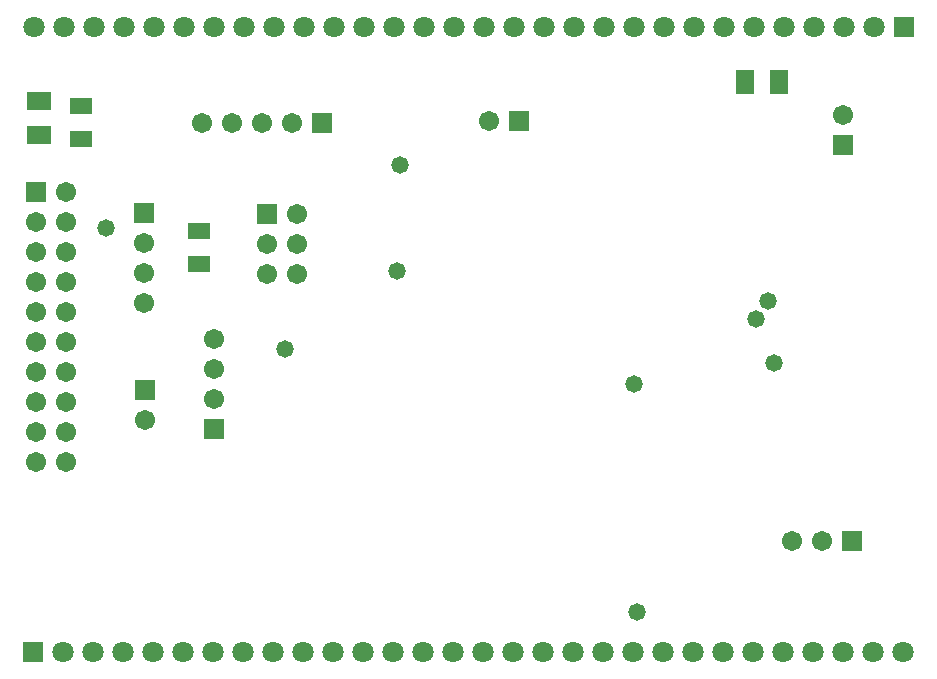
<source format=gbs>
G04*
G04 #@! TF.GenerationSoftware,Altium Limited,Altium Designer,20.1.11 (218)*
G04*
G04 Layer_Color=16711935*
%FSLAX25Y25*%
%MOIN*%
G70*
G04*
G04 #@! TF.SameCoordinates,3E3CE198-1D4E-4C69-B1C9-FC2CBC885D2D*
G04*
G04*
G04 #@! TF.FilePolarity,Negative*
G04*
G01*
G75*
%ADD21R,0.07099X0.07099*%
%ADD22C,0.07099*%
%ADD23C,0.06706*%
%ADD24R,0.06706X0.06706*%
%ADD25R,0.06706X0.06706*%
%ADD26C,0.05800*%
%ADD41R,0.07296X0.05524*%
%ADD42R,0.07887X0.05918*%
%ADD43R,0.05918X0.07887*%
D21*
X573000Y427000D02*
D03*
X282500Y218500D02*
D03*
D22*
X563000Y427000D02*
D03*
X553000D02*
D03*
X543000D02*
D03*
X533000D02*
D03*
X523000D02*
D03*
X513000D02*
D03*
X503000D02*
D03*
X493000D02*
D03*
X483000D02*
D03*
X473000D02*
D03*
X463000D02*
D03*
X453000D02*
D03*
X443000D02*
D03*
X433000D02*
D03*
X423000D02*
D03*
X413000D02*
D03*
X403000D02*
D03*
X393000D02*
D03*
X383000D02*
D03*
X373000D02*
D03*
X363000D02*
D03*
X353000D02*
D03*
X343000D02*
D03*
X333000D02*
D03*
X323000D02*
D03*
X313000D02*
D03*
X303000D02*
D03*
X293000D02*
D03*
X283000D02*
D03*
X572500Y218500D02*
D03*
X562500D02*
D03*
X552500D02*
D03*
X542500D02*
D03*
X532500D02*
D03*
X522500D02*
D03*
X512500D02*
D03*
X502500D02*
D03*
X492500D02*
D03*
X482500D02*
D03*
X472500D02*
D03*
X462500D02*
D03*
X452500D02*
D03*
X442500D02*
D03*
X432500D02*
D03*
X422500D02*
D03*
X412500D02*
D03*
X402500D02*
D03*
X392500D02*
D03*
X382500D02*
D03*
X372500D02*
D03*
X362500D02*
D03*
X352500D02*
D03*
X342500D02*
D03*
X332500D02*
D03*
X322500D02*
D03*
X312500D02*
D03*
X302500D02*
D03*
X292500D02*
D03*
D23*
X320000Y296000D02*
D03*
X319500Y355000D02*
D03*
Y345000D02*
D03*
Y335000D02*
D03*
X369000Y395000D02*
D03*
X359000D02*
D03*
X349000D02*
D03*
X339000D02*
D03*
X370500Y344500D02*
D03*
X360500D02*
D03*
X370500Y354500D02*
D03*
X360500D02*
D03*
X370500Y364500D02*
D03*
X552500Y397500D02*
D03*
X343000Y303000D02*
D03*
Y313000D02*
D03*
Y323000D02*
D03*
X293500Y372000D02*
D03*
X283500Y362000D02*
D03*
X293500D02*
D03*
X283500Y352000D02*
D03*
X293500D02*
D03*
X283500Y342000D02*
D03*
X293500D02*
D03*
X283500Y332000D02*
D03*
X293500D02*
D03*
X283500Y322000D02*
D03*
X293500D02*
D03*
X283500Y312000D02*
D03*
X293500D02*
D03*
X283500Y302000D02*
D03*
X293500D02*
D03*
X283500Y292000D02*
D03*
X293500D02*
D03*
X283500Y282000D02*
D03*
X293500D02*
D03*
X545500Y255500D02*
D03*
X535500D02*
D03*
X434500Y395500D02*
D03*
D24*
X320000Y306000D02*
D03*
X319500Y365000D02*
D03*
X360500Y364500D02*
D03*
X552500Y387500D02*
D03*
X343000Y293000D02*
D03*
X283500Y372000D02*
D03*
D25*
X379000Y395000D02*
D03*
X555500Y255500D02*
D03*
X444500Y395500D02*
D03*
D26*
X529500Y315000D02*
D03*
X523500Y329500D02*
D03*
X483000Y308000D02*
D03*
X527500Y335500D02*
D03*
X404000Y345500D02*
D03*
X307000Y360000D02*
D03*
X366500Y319500D02*
D03*
X484000Y232000D02*
D03*
X405000Y381000D02*
D03*
D41*
X298500Y389488D02*
D03*
Y400512D02*
D03*
X338000Y359012D02*
D03*
Y347988D02*
D03*
D42*
X284500Y402209D02*
D03*
Y390791D02*
D03*
D43*
X531209Y408500D02*
D03*
X519791D02*
D03*
M02*

</source>
